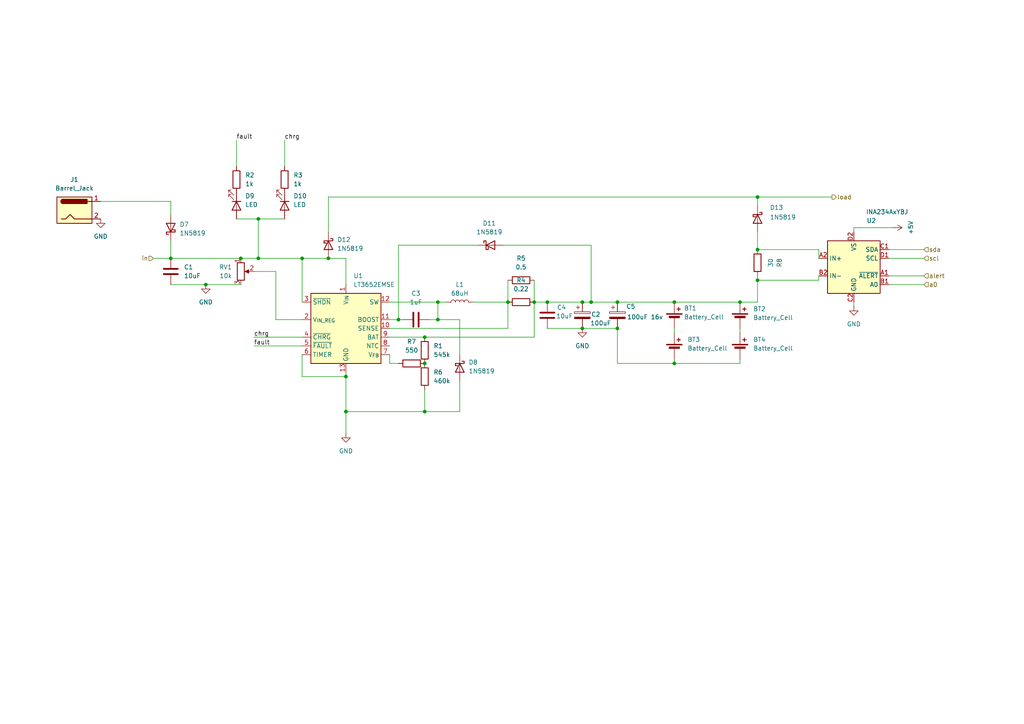
<source format=kicad_sch>
(kicad_sch (version 20231120) (generator "eeschema") (generator_version "8.0")
  (paper "A4")
  (lib_symbols
    (symbol "Analog_ADC:INA234AxYBJ"
      (property "Reference" "U" (at -6.35 8.89 0))
      (property "Value" "INA234AxYBJ" (at 6.35 8.89 0))
      (symbol "INA234AxYBJ_0_1"
        (rectangle (start -7.62 7.62) (end 7.62 -7.62) (stroke (width 0.254)) (fill (type background)))
      )
      (symbol "INA234AxYBJ_1_1"
        (pin open_collector line (at 10.16 -2.54 180) (length 2.54) (name "~{ALERT}") (number "A1"))
        (pin input line (at -10.16 2.54 0) (length 2.54) (name "IN+") (number "A2"))
        (pin input line (at 10.16 -5.08 180) (length 2.54) (name "A0") (number "B1"))
        (pin input line (at -10.16 -2.54 0) (length 2.54) (name "IN-") (number "B2"))
        (pin bidirectional line (at 10.16 5.08 180) (length 2.54) (name "SDA") (number "C1"))
        (pin power_in line (at 0 -10.16 90) (length 2.54) (name "GND") (number "C2"))
        (pin input line (at 10.16 2.54 180) (length 2.54) (name "SCL") (number "D1"))
        (pin power_in line (at 0 10.16 270) (length 2.54) (name "VS") (number "D2"))
      )
    )
    (symbol "Battery_Management:LT3652EMSE"
      (property "Reference" "U" (at -8.382 11.43 0))
      (property "Value" "LT3652EMSE" (at 1.778 11.684 0))
      (symbol "LT3652EMSE_0_1"
        (rectangle (start -10.16 10.16) (end 10.16 -10.16) (stroke (width 0.254)) (fill (type background)))
      )
      (symbol "LT3652EMSE_1_1"
        (pin power_in line (at 0 12.7 270) (length 2.54) (name "V_{IN}") (number "1"))
        (pin input line (at 12.7 0 180) (length 2.54) (name "SENSE") (number "10"))
        (pin input line (at 12.7 2.54 180) (length 2.54) (name "BOOST") (number "11"))
        (pin output line (at 12.7 7.62 180) (length 2.54) (name "SW") (number "12"))
        (pin power_in line (at 0 -12.7 90) (length 2.54) (name "GND") (number "13"))
        (pin input line (at -12.7 2.54 0) (length 2.54) (name "V_{IN_REG}") (number "2"))
        (pin input line (at -12.7 7.62 0) (length 2.54) (name "~{SHDN}") (number "3"))
        (pin open_collector line (at -12.7 -2.54 0) (length 2.54) (name "~{CHRG}") (number "4"))
        (pin open_collector line (at -12.7 -5.08 0) (length 2.54) (name "~{FAULT}") (number "5"))
        (pin output line (at -12.7 -7.62 0) (length 2.54) (name "TIMER") (number "6"))
        (pin input line (at 12.7 -7.62 180) (length 2.54) (name "V_{FB}") (number "7"))
        (pin input line (at 12.7 -5.08 180) (length 2.54) (name "NTC") (number "8"))
        (pin output line (at 12.7 -2.54 180) (length 2.54) (name "BAT") (number "9"))
      )
    )
    (symbol "Connector:Barrel_Jack" (pin_names (offset 1.016))
      (property "Reference" "J" (at 0 5.334 0))
      (property "Value" "Barrel_Jack" (at 0 -5.08 0))
      (symbol "Barrel_Jack_0_1"
        (rectangle (start -5.08 3.81) (end 5.08 -3.81) (stroke (width 0.254)) (fill (type background)))
        (arc (start -3.302 3.175) (mid -3.9343 2.54) (end -3.302 1.905) (stroke (width 0.254)))
        (arc (start -3.302 3.175) (mid -3.9343 2.54) (end -3.302 1.905) (stroke (width 0.254)) (fill (type outline)))
        (polyline (pts (xy 5.08 2.54) (xy 3.81 2.54)) (stroke (width 0.254)))
        (polyline (pts (xy -3.81 -2.54) (xy -2.54 -2.54) (xy -1.27 -1.27) (xy 0 -2.54) (xy 2.54 -2.54) (xy 5.08 -2.54)) (stroke (width 0.254)))
        (rectangle (start 3.683 3.175) (end -3.302 1.905) (stroke (width 0.254)) (fill (type outline)))
      )
      (symbol "Barrel_Jack_1_1"
        (pin passive line (at 7.62 2.54 180) (length 2.54) (name "~") (number "1"))
        (pin passive line (at 7.62 -2.54 180) (length 2.54) (name "~") (number "2"))
      )
    )
    (symbol "Device:Battery_Cell" (pin_numbers hide) (pin_names (offset 0) hide)
      (property "Reference" "BT" (at 2.54 2.54 0))
      (property "Value" "Battery_Cell" (at 2.54 0 0))
      (symbol "Battery_Cell_0_1"
        (rectangle (start -2.286 1.778) (end 2.286 1.524) (fill (type outline)))
        (rectangle (start -1.524 1.016) (end 1.524 0.508) (fill (type outline)))
        (polyline (pts (xy 0 0.762) (xy 0 0)))
        (polyline (pts (xy 0 1.778) (xy 0 2.54)))
        (polyline (pts (xy 0.762 3.048) (xy 1.778 3.048)) (stroke (width 0.254)))
        (polyline (pts (xy 1.27 3.556) (xy 1.27 2.54)) (stroke (width 0.254)))
      )
      (symbol "Battery_Cell_1_1"
        (pin passive line (at 0 5.08 270) (length 2.54) (name "+") (number "1"))
        (pin passive line (at 0 -2.54 90) (length 2.54) (name "-") (number "2"))
      )
    )
    (symbol "Device:C" (pin_numbers hide) (pin_names (offset 0.254))
      (property "Reference" "C" (at 0.635 2.54 0))
      (property "Value" "C" (at 0.635 -2.54 0))
      (symbol "C_0_1"
        (polyline (pts (xy -2.032 -0.762) (xy 2.032 -0.762)) (stroke (width 0.508)))
        (polyline (pts (xy -2.032 0.762) (xy 2.032 0.762)) (stroke (width 0.508)))
      )
      (symbol "C_1_1"
        (pin passive line (at 0 3.81 270) (length 2.794) (name "~") (number "1"))
        (pin passive line (at 0 -3.81 90) (length 2.794) (name "~") (number "2"))
      )
    )
    (symbol "Device:C_Polarized" (pin_numbers hide) (pin_names (offset 0.254))
      (property "Reference" "C" (at 0.635 2.54 0))
      (property "Value" "C_Polarized" (at 0.635 -2.54 0))
      (symbol "C_Polarized_0_1"
        (rectangle (start -2.286 0.508) (end 2.286 1.016))
        (polyline (pts (xy -1.778 2.286) (xy -0.762 2.286)))
        (polyline (pts (xy -1.27 2.794) (xy -1.27 1.778)))
        (rectangle (start 2.286 -0.508) (end -2.286 -1.016) (fill (type outline)))
      )
      (symbol "C_Polarized_1_1"
        (pin passive line (at 0 3.81 270) (length 2.794) (name "~") (number "1"))
        (pin passive line (at 0 -3.81 90) (length 2.794) (name "~") (number "2"))
      )
    )
    (symbol "Device:L" (pin_numbers hide) (pin_names (offset 1.016) hide)
      (property "Reference" "L" (at -1.27 0 90))
      (property "Value" "L" (at 1.905 0 90))
      (symbol "L_0_1"
        (arc (start 0 -2.54) (mid 0.6323 -1.905) (end 0 -1.27))
        (arc (start 0 -1.27) (mid 0.6323 -0.635) (end 0 0))
        (arc (start 0 0) (mid 0.6323 0.635) (end 0 1.27))
        (arc (start 0 1.27) (mid 0.6323 1.905) (end 0 2.54))
      )
      (symbol "L_1_1"
        (pin passive line (at 0 3.81 270) (length 1.27) (name "1") (number "1"))
        (pin passive line (at 0 -3.81 90) (length 1.27) (name "2") (number "2"))
      )
    )
    (symbol "Device:LED" (pin_numbers hide) (pin_names (offset 1.016) hide)
      (property "Reference" "D" (at 0 2.54 0))
      (property "Value" "LED" (at 0 -2.54 0))
      (symbol "LED_0_1"
        (polyline (pts (xy -1.27 -1.27) (xy -1.27 1.27)) (stroke (width 0.254)))
        (polyline (pts (xy -1.27 0) (xy 1.27 0)))
        (polyline (pts (xy 1.27 -1.27) (xy 1.27 1.27) (xy -1.27 0) (xy 1.27 -1.27)) (stroke (width 0.254)))
        (polyline (pts (xy -3.048 -0.762) (xy -4.572 -2.286) (xy -3.81 -2.286) (xy -4.572 -2.286) (xy -4.572 -1.524)))
        (polyline (pts (xy -1.778 -0.762) (xy -3.302 -2.286) (xy -2.54 -2.286) (xy -3.302 -2.286) (xy -3.302 -1.524)))
      )
      (symbol "LED_1_1"
        (pin passive line (at -3.81 0 0) (length 2.54) (name "K") (number "1"))
        (pin passive line (at 3.81 0 180) (length 2.54) (name "A") (number "2"))
      )
    )
    (symbol "Device:R" (pin_numbers hide) (pin_names (offset 0))
      (property "Reference" "R" (at 2.032 0 90))
      (property "Value" "R" (at 0 0 90))
      (symbol "R_0_1"
        (rectangle (start -1.016 -2.54) (end 1.016 2.54) (stroke (width 0.254)))
      )
      (symbol "R_1_1"
        (pin passive line (at 0 3.81 270) (length 1.27) (name "~") (number "1"))
        (pin passive line (at 0 -3.81 90) (length 1.27) (name "~") (number "2"))
      )
    )
    (symbol "Device:R_Potentiometer" (pin_names (offset 1.016) hide)
      (property "Reference" "RV" (at -4.445 0 90))
      (property "Value" "R_Potentiometer" (at -2.54 0 90))
      (symbol "R_Potentiometer_0_1"
        (polyline (pts (xy 2.54 0) (xy 1.524 0)))
        (polyline (pts (xy 1.143 0) (xy 2.286 0.508) (xy 2.286 -0.508) (xy 1.143 0)) (fill (type outline)))
        (rectangle (start 1.016 2.54) (end -1.016 -2.54) (stroke (width 0.254)))
      )
      (symbol "R_Potentiometer_1_1"
        (pin passive line (at 0 3.81 270) (length 1.27) (name "1") (number "1"))
        (pin passive line (at 3.81 0 180) (length 1.27) (name "2") (number "2"))
        (pin passive line (at 0 -3.81 90) (length 1.27) (name "3") (number "3"))
      )
    )
    (symbol "Diode:1N5819" (pin_numbers hide) (pin_names (offset 1.016) hide)
      (property "Reference" "D" (at 0 2.54 0))
      (property "Value" "1N5819" (at 0 -2.54 0))
      (symbol "1N5819_0_1"
        (polyline (pts (xy 1.27 0) (xy -1.27 0)))
        (polyline (pts (xy 1.27 1.27) (xy 1.27 -1.27) (xy -1.27 0) (xy 1.27 1.27)) (stroke (width 0.254)))
        (polyline (pts (xy -1.905 0.635) (xy -1.905 1.27) (xy -1.27 1.27) (xy -1.27 -1.27) (xy -0.635 -1.27) (xy -0.635 -0.635)) (stroke (width 0.254)))
      )
      (symbol "1N5819_1_1"
        (pin passive line (at -3.81 0 0) (length 2.54) (name "K") (number "1"))
        (pin passive line (at 3.81 0 180) (length 2.54) (name "A") (number "2"))
      )
    )
    (symbol "GND_1" (power) (pin_numbers hide) (pin_names (offset 0) hide)
      (property "Value" "GND" (at 0 -3.81 0))
      (symbol "GND_1_0_1"
        (polyline (pts (xy 0 0) (xy 0 -1.27) (xy 1.27 -1.27) (xy 0 -2.54) (xy -1.27 -1.27) (xy 0 -1.27)))
      )
      (symbol "GND_1_1_1"
        (pin power_in line (at 0 0 270) (length 0) (name "~") (number "1"))
      )
    )
    (symbol "power:+5V" (power) (pin_numbers hide) (pin_names (offset 0) hide)
      (property "Value" "+5V" (at 0 3.556 0))
      (symbol "+5V_0_1"
        (polyline (pts (xy -0.762 1.27) (xy 0 2.54)))
        (polyline (pts (xy 0 0) (xy 0 2.54)))
        (polyline (pts (xy 0 2.54) (xy 0.762 1.27)))
      )
      (symbol "+5V_1_1"
        (pin power_in line (at 0 0 90) (length 0) (name "~") (number "1"))
      )
    )
    (symbol "power:GND" (power) (pin_names (offset 0))
      (property "Value" "GND" (at 0 -3.81 0))
      (symbol "GND_0_1"
        (polyline (pts (xy 0 0) (xy 0 -1.27) (xy 1.27 -1.27) (xy 0 -2.54) (xy -1.27 -1.27) (xy 0 -1.27)))
      )
      (symbol "GND_1_1"
        (pin power_in line (at 0 0 270) (length 0) hide (name "GND") (number "1"))
      )
    )
  )
  (junction (at 95.25 74.93))
  (junction (at 219.71 57.15))
  (junction (at 127 92.71))
  (junction (at 179.07 87.63))
  (junction (at 74.93 63.5))
  (junction (at 154.94 87.63))
  (junction (at 195.58 105.41))
  (junction (at 168.91 87.63))
  (junction (at 195.58 87.63))
  (junction (at 168.91 95.25))
  (junction (at 115.57 92.71))
  (junction (at 49.53 74.93))
  (junction (at 100.33 109.22))
  (junction (at 147.32 87.63))
  (junction (at 158.75 87.63))
  (junction (at 123.19 105.41))
  (junction (at 69.85 74.93))
  (junction (at 100.33 119.38))
  (junction (at 127 87.63))
  (junction (at 87.63 74.93))
  (junction (at 219.71 81.28))
  (junction (at 123.19 97.79))
  (junction (at 59.69 82.55))
  (junction (at 123.19 119.38))
  (junction (at 179.07 95.25))
  (junction (at 171.45 87.63))
  (junction (at 214.63 87.63))
  (junction (at 74.93 74.93))
  (junction (at 219.71 72.39))
  (wire (pts (xy 113.03 102.87) (xy 113.03 105.41)))
  (wire (pts (xy 171.45 87.63) (xy 171.45 71.12)))
  (wire (pts (xy 247.65 66.04) (xy 247.65 67.31)))
  (wire (pts (xy 154.94 87.63) (xy 158.75 87.63)))
  (wire (pts (xy 49.53 74.93) (xy 69.85 74.93)))
  (wire (pts (xy 257.81 82.55) (xy 267.97 82.55)))
  (wire (pts (xy 73.66 100.33) (xy 87.63 100.33)))
  (wire (pts (xy 195.58 105.41) (xy 195.58 104.14)))
  (wire (pts (xy 214.63 95.25) (xy 214.63 96.52)))
  (wire (pts (xy 219.71 80.01) (xy 219.71 81.28)))
  (wire (pts (xy 237.49 80.01) (xy 237.49 81.28)))
  (wire (pts (xy 74.93 74.93) (xy 87.63 74.93)))
  (wire (pts (xy 219.71 59.69) (xy 219.71 57.15)))
  (wire (pts (xy 115.57 92.71) (xy 116.84 92.71)))
  (wire (pts (xy 237.49 72.39) (xy 237.49 74.93)))
  (wire (pts (xy 59.69 82.55) (xy 69.85 82.55)))
  (wire (pts (xy 100.33 119.38) (xy 123.19 119.38)))
  (wire (pts (xy 257.81 72.39) (xy 267.97 72.39)))
  (wire (pts (xy 113.03 87.63) (xy 127 87.63)))
  (wire (pts (xy 68.58 63.5) (xy 74.93 63.5)))
  (wire (pts (xy 123.19 119.38) (xy 133.35 119.38)))
  (wire (pts (xy 147.32 95.25) (xy 147.32 87.63)))
  (wire (pts (xy 168.91 95.25) (xy 179.07 95.25)))
  (wire (pts (xy 154.94 97.79) (xy 154.94 87.63)))
  (wire (pts (xy 73.66 78.74) (xy 80.01 78.74)))
  (wire (pts (xy 214.63 105.41) (xy 214.63 104.14)))
  (wire (pts (xy 179.07 87.63) (xy 195.58 87.63)))
  (wire (pts (xy 247.65 66.04) (xy 259.08 66.04)))
  (wire (pts (xy 80.01 78.74) (xy 80.01 92.71)))
  (wire (pts (xy 100.33 107.95) (xy 100.33 109.22)))
  (wire (pts (xy 123.19 97.79) (xy 154.94 97.79)))
  (wire (pts (xy 100.33 109.22) (xy 100.33 119.38)))
  (wire (pts (xy 95.25 57.15) (xy 95.25 67.31)))
  (wire (pts (xy 87.63 74.93) (xy 87.63 87.63)))
  (wire (pts (xy 219.71 87.63) (xy 214.63 87.63)))
  (wire (pts (xy 195.58 87.63) (xy 214.63 87.63)))
  (wire (pts (xy 100.33 74.93) (xy 100.33 82.55)))
  (wire (pts (xy 237.49 72.39) (xy 219.71 72.39)))
  (wire (pts (xy 113.03 97.79) (xy 123.19 97.79)))
  (wire (pts (xy 113.03 95.25) (xy 147.32 95.25)))
  (wire (pts (xy 44.45 74.93) (xy 49.53 74.93)))
  (wire (pts (xy 74.93 63.5) (xy 74.93 74.93)))
  (wire (pts (xy 171.45 71.12) (xy 146.05 71.12)))
  (wire (pts (xy 219.71 67.31) (xy 219.71 72.39)))
  (wire (pts (xy 219.71 81.28) (xy 219.71 87.63)))
  (wire (pts (xy 123.19 113.03) (xy 123.19 119.38)))
  (wire (pts (xy 69.85 74.93) (xy 74.93 74.93)))
  (wire (pts (xy 73.66 97.79) (xy 87.63 97.79)))
  (wire (pts (xy 219.71 81.28) (xy 237.49 81.28)))
  (wire (pts (xy 147.32 81.28) (xy 147.32 87.63)))
  (wire (pts (xy 257.81 80.01) (xy 267.97 80.01)))
  (wire (pts (xy 158.75 87.63) (xy 168.91 87.63)))
  (wire (pts (xy 179.07 105.41) (xy 195.58 105.41)))
  (wire (pts (xy 95.25 57.15) (xy 219.71 57.15)))
  (wire (pts (xy 115.57 92.71) (xy 115.57 71.12)))
  (wire (pts (xy 127 87.63) (xy 127 92.71)))
  (wire (pts (xy 49.53 58.42) (xy 49.53 62.23)))
  (wire (pts (xy 133.35 92.71) (xy 127 92.71)))
  (wire (pts (xy 113.03 92.71) (xy 115.57 92.71)))
  (wire (pts (xy 95.25 74.93) (xy 100.33 74.93)))
  (wire (pts (xy 49.53 82.55) (xy 59.69 82.55)))
  (wire (pts (xy 171.45 87.63) (xy 179.07 87.63)))
  (wire (pts (xy 137.16 87.63) (xy 147.32 87.63)))
  (wire (pts (xy 87.63 102.87) (xy 87.63 109.22)))
  (wire (pts (xy 113.03 105.41) (xy 115.57 105.41)))
  (wire (pts (xy 219.71 57.15) (xy 241.3 57.15)))
  (wire (pts (xy 68.58 40.64) (xy 68.58 48.26)))
  (wire (pts (xy 195.58 95.25) (xy 195.58 96.52)))
  (wire (pts (xy 74.93 63.5) (xy 82.55 63.5)))
  (wire (pts (xy 82.55 40.64) (xy 82.55 48.26)))
  (wire (pts (xy 80.01 92.71) (xy 87.63 92.71)))
  (wire (pts (xy 87.63 74.93) (xy 95.25 74.93)))
  (wire (pts (xy 87.63 109.22) (xy 100.33 109.22)))
  (wire (pts (xy 127 92.71) (xy 124.46 92.71)))
  (wire (pts (xy 214.63 105.41) (xy 195.58 105.41)))
  (wire (pts (xy 49.53 69.85) (xy 49.53 74.93)))
  (wire (pts (xy 133.35 102.87) (xy 133.35 92.71)))
  (wire (pts (xy 133.35 119.38) (xy 133.35 110.49)))
  (wire (pts (xy 247.65 88.9) (xy 247.65 87.63)))
  (wire (pts (xy 127 87.63) (xy 129.54 87.63)))
  (wire (pts (xy 257.81 74.93) (xy 267.97 74.93)))
  (wire (pts (xy 158.75 95.25) (xy 168.91 95.25)))
  (wire (pts (xy 100.33 119.38) (xy 100.33 125.73)))
  (wire (pts (xy 179.07 105.41) (xy 179.07 95.25)))
  (wire (pts (xy 115.57 71.12) (xy 138.43 71.12)))
  (wire (pts (xy 29.21 58.42) (xy 49.53 58.42)))
  (wire (pts (xy 168.91 87.63) (xy 171.45 87.63)))
  (wire (pts (xy 154.94 81.28) (xy 154.94 87.63)))
  (label "fault" (at 73.66 100.33 0))
  (label "fault" (at 68.58 40.64 0))
  (label "chrg" (at 73.66 97.79 0))
  (label "chrg" (at 82.55 40.64 0))
  (hierarchical_label "sda" (shape input) (at 267.97 72.39 0))
  (hierarchical_label "in" (shape input) (at 44.45 74.93 180))
  (hierarchical_label "alert" (shape input) (at 267.97 80.01 0))
  (hierarchical_label "scl" (shape input) (at 267.97 74.93 0))
  (hierarchical_label "load" (shape output) (at 241.3 57.15 0))
  (hierarchical_label "a0" (shape input) (at 267.97 82.55 0))
  (symbol (lib_id "power:+5V") (at 259.08 66.04 270) (unit 1)
    (property "Reference" "#PWR07" (effects (hide yes)))
    (property "Value" "+5V" (at 264.16 66.04 0))
    (property "Description" "Power symbol creates a global label with name \"+5V\"" (effects (hide yes)))
  )
  (symbol (lib_id "Battery_Management:LT3652EMSE") (at 100.33 95.25 0) (unit 1)
    (property "Reference" "U1" (at 102.5241 80.01 0) (effects (justify left)))
    (property "Value" "LT3652EMSE" (at 102.5241 82.55 0) (effects (justify left)))
    (property "Footprint" "Package_SO:MSOP-12-1EP_3x4mm_P0.65mm_EP1.65x2.85mm" (effects (hide yes)))
    (property "Datasheet" "https://www.analog.com/media/en/technical-documentation/data-sheets/3652fe.pdf" (effects (hide yes)))
  )
  (symbol (lib_id "Device:C") (at 120.65 92.71 90) (unit 1)
    (property "Reference" "C3" (at 120.65 85.09 90))
    (property "Value" "1uF" (at 120.65 87.63 90))
    (property "Footprint" "Capacitor_THT:C_Disc_D5.0mm_W2.5mm_P2.50mm" (effects (hide yes)))
  )
  (symbol (lib_id "Connector:Barrel_Jack") (at 21.59 60.96 0) (unit 1)
    (property "Reference" "J1" (at 21.59 52.07 0))
    (property "Value" "Barrel_Jack" (at 21.59 54.61 0))
    (property "Footprint" "Connector_BarrelJack:BarrelJack_SwitchcraftConxall_RAPC10U_Horizontal" (effects (hide yes)))
  )
  (symbol (lib_id "Device:R") (at 123.19 109.22 0) (unit 1)
    (property "Reference" "R6" (at 125.73 107.95 0) (effects (justify left)))
    (property "Value" "460k" (at 125.73 110.49 0) (effects (justify left)))
    (property "Footprint" "Resistor_THT:R_Axial_DIN0204_L3.6mm_D1.6mm_P5.08mm_Horizontal" (effects (hide yes)))
  )
  (symbol (lib_id "Device:R") (at 119.38 105.41 90) (unit 1)
    (property "Reference" "R7" (at 119.38 99.06 90))
    (property "Value" "550" (at 119.38 101.6 90))
    (property "Footprint" "Resistor_THT:R_Axial_DIN0204_L3.6mm_D1.6mm_P5.08mm_Horizontal" (effects (hide yes)))
  )
  (symbol (lib_id "Diode:1N5819") (at 142.24 71.12 0) (unit 1)
    (property "Reference" "D11" (at 141.9225 64.77 0))
    (property "Value" "1N5819" (at 141.9225 67.31 0))
    (property "Footprint" "Diode_THT:D_DO-41_SOD81_P10.16mm_Horizontal" (effects (hide yes)))
    (property "Datasheet" "http://www.vishay.com/docs/88525/1n5817.pdf" (effects (hide yes)))
  )
  (symbol (lib_id "Device:LED") (at 82.55 59.69 270) (unit 1)
    (property "Reference" "D10" (at 85.09 56.8325 90) (effects (justify left)))
    (property "Value" "LED" (at 85.09 59.3725 90) (effects (justify left)))
    (property "Footprint" "LED_THT:LED_Rectangular_W3.0mm_H2.0mm" (effects (hide yes)))
  )
  (symbol (lib_id "power:GND") (at 168.91 95.25 0) (unit 1)
    (property "Reference" "#PWR06" (effects (hide yes)))
    (property "Value" "GND" (at 168.91 100.33 0))
  )
  (symbol (lib_id "Device:C_Polarized") (at 168.91 91.44 0) (unit 1)
    (property "Reference" "C2" (at 171.45 91.186 0) (effects (justify left)))
    (property "Value" "100uF" (at 171.196 93.726 0) (effects (justify left)))
    (property "Footprint" "Capacitor_THT:CP_Radial_D6.3mm_P2.50mm" (effects (hide yes)))
  )
  (symbol (lib_name "GND_1") (lib_id "power:GND") (at 247.65 88.9 0) (unit 1)
    (property "Reference" "#PWR011" (effects (hide yes)))
    (property "Value" "GND" (at 247.65 93.98 0))
    (property "Description" "Power symbol creates a global label with name \"GND\" , ground" (effects (hide yes)))
  )
  (symbol (lib_id "Device:L") (at 133.35 87.63 90) (unit 1)
    (property "Reference" "L1" (at 133.35 82.55 90))
    (property "Value" "68uH" (at 133.35 85.09 90))
    (property "Footprint" "Inductor_THT:L_Axial_L5.0mm_D3.6mm_P10.00mm_Horizontal_Murata_BL01RN1A2A2" (effects (hide yes)))
  )
  (symbol (lib_id "Diode:1N5819") (at 95.25 71.12 270) (unit 1)
    (property "Reference" "D12" (at 97.79 69.5325 90) (effects (justify left)))
    (property "Value" "1N5819" (at 97.79 72.0725 90) (effects (justify left)))
    (property "Footprint" "Diode_THT:D_DO-41_SOD81_P10.16mm_Horizontal" (effects (hide yes)))
    (property "Datasheet" "http://www.vishay.com/docs/88525/1n5817.pdf" (effects (hide yes)))
  )
  (symbol (lib_id "Device:R") (at 123.19 101.6 0) (unit 1)
    (property "Reference" "R1" (at 125.73 100.33 0) (effects (justify left)))
    (property "Value" "545k" (at 125.73 102.87 0) (effects (justify left)))
    (property "Footprint" "Resistor_THT:R_Axial_DIN0204_L3.6mm_D1.6mm_P5.08mm_Horizontal" (effects (hide yes)))
  )
  (symbol (lib_id "Device:R") (at 151.13 81.28 270) (mirror x) (unit 1)
    (property "Reference" "R5" (at 151.13 74.93 90))
    (property "Value" "0.5" (at 151.13 77.47 90))
    (property "Footprint" "Resistor_THT:R_Axial_DIN0204_L3.6mm_D1.6mm_P5.08mm_Horizontal" (effects (hide yes)))
  )
  (symbol (lib_id "Device:R_Potentiometer") (at 69.85 78.74 0) (unit 1)
    (property "Reference" "RV1" (at 67.31 77.47 0) (effects (justify right)))
    (property "Value" "10k" (at 67.31 80.01 0) (effects (justify right)))
    (property "Footprint" "Potentiometer_THT:Potentiometer_Bourns_3386P_Vertical" (effects (hide yes)))
  )
  (symbol (lib_id "Device:C") (at 49.53 78.74 0) (unit 1)
    (property "Reference" "C1" (at 53.34 77.47 0) (effects (justify left)))
    (property "Value" "10uF" (at 53.34 80.01 0) (effects (justify left)))
    (property "Footprint" "Capacitor_THT:C_Disc_D5.1mm_W3.2mm_P5.00mm" (effects (hide yes)))
  )
  (symbol (lib_id "power:GND") (at 29.21 63.5 0) (unit 1)
    (property "Reference" "#PWR05" (effects (hide yes)))
    (property "Value" "GND" (at 29.21 68.58 0))
  )
  (symbol (lib_id "Analog_ADC:INA234AxYBJ") (at 247.65 77.47 0) (unit 1)
    (property "Reference" "U2" (at 252.73 64.008 0))
    (property "Value" "INA234AxYBJ" (at 257.302 61.468 0))
    (property "Footprint" "Package_BGA:Texas_DSBGA-8_0.705x1.468mm_Layout2x4_P0.4mm" (effects (hide yes)))
    (property "Datasheet" "https://www.ti.com/lit/ds/symlink/ina234.pdf" (effects (hide yes)))
    (property "Description" "Bidirectional Current/Voltage/Power Monitor (0-28V) With I2C Interface, DSBGA-8" (effects (hide yes)))
  )
  (symbol (lib_id "Device:R") (at 68.58 52.07 0) (unit 1)
    (property "Reference" "R2" (at 71.12 50.8 0) (effects (justify left)))
    (property "Value" "1k" (at 71.12 53.34 0) (effects (justify left)))
    (property "Footprint" "Resistor_THT:R_Axial_DIN0204_L3.6mm_D1.6mm_P5.08mm_Horizontal" (effects (hide yes)))
  )
  (symbol (lib_id "Diode:1N5819") (at 219.71 63.5 270) (unit 1)
    (property "Reference" "D13" (at 223.266 60.198 90) (effects (justify left)))
    (property "Value" "1N5819" (at 223.266 62.992 90) (effects (justify left)))
    (property "Footprint" "Diode_THT:D_DO-41_SOD81_P10.16mm_Horizontal" (effects (hide yes)))
    (property "Datasheet" "http://www.vishay.com/docs/88525/1n5817.pdf" (effects (hide yes)))
  )
  (symbol (lib_id "Device:R") (at 82.55 52.07 0) (unit 1)
    (property "Reference" "R3" (at 85.09 50.8 0) (effects (justify left)))
    (property "Value" "1k" (at 85.09 53.34 0) (effects (justify left)))
    (property "Footprint" "Resistor_THT:R_Axial_DIN0204_L3.6mm_D1.6mm_P5.08mm_Horizontal" (effects (hide yes)))
  )
  (symbol (lib_id "Device:C_Polarized") (at 179.07 91.44 0) (unit 1)
    (property "Reference" "C5" (at 181.61 88.9 0) (effects (justify left)))
    (property "Value" "100uF 16v" (at 181.864 91.948 0) (effects (justify left)))
    (property "Footprint" "Capacitor_THT:CP_Radial_D6.3mm_P2.50mm" (effects (hide yes)))
  )
  (symbol (lib_id "Diode:1N5819") (at 133.35 106.68 270) (unit 1)
    (property "Reference" "D8" (at 135.89 105.0925 90) (effects (justify left)))
    (property "Value" "1N5819" (at 135.89 107.6325 90) (effects (justify left)))
    (property "Footprint" "Diode_THT:D_DO-41_SOD81_P10.16mm_Horizontal" (effects (hide yes)))
    (property "Datasheet" "http://www.vishay.com/docs/88525/1n5817.pdf" (effects (hide yes)))
  )
  (symbol (lib_id "Device:R") (at 219.71 76.2 0) (unit 1)
    (property "Reference" "R8" (at 226.06 76.2 90))
    (property "Value" "30" (at 223.52 76.2 90))
    (property "Footprint" "Resistor_THT:R_Axial_DIN0204_L3.6mm_D1.6mm_P5.08mm_Horizontal" (effects (hide yes)))
    (property "Description" "Resistor" (effects (hide yes)))
  )
  (symbol (lib_id "Device:Battery_Cell") (at 214.63 92.71 0) (unit 1)
    (property "Reference" "BT2" (at 218.44 89.5985 0) (effects (justify left)))
    (property "Value" "Battery_Cell" (at 218.44 92.1385 0) (effects (justify left)))
    (property "Footprint" "Battery:BatteryHolder_MPD_BH-18650-PC2" (effects (hide yes)))
  )
  (symbol (lib_id "power:GND") (at 59.69 82.55 0) (unit 1)
    (property "Reference" "#PWR03" (effects (hide yes)))
    (property "Value" "GND" (at 59.69 87.63 0))
  )
  (symbol (lib_id "Device:Battery_Cell") (at 195.58 92.71 0) (unit 1)
    (property "Reference" "BT1" (at 198.374 89.408 0) (effects (justify left)))
    (property "Value" "Battery_Cell" (at 198.374 91.948 0) (effects (justify left)))
    (property "Footprint" "Battery:BatteryHolder_MPD_BH-18650-PC2" (effects (hide yes)))
  )
  (symbol (lib_id "Device:Battery_Cell") (at 214.63 101.6 0) (unit 1)
    (property "Reference" "BT4" (at 218.44 98.4885 0) (effects (justify left)))
    (property "Value" "Battery_Cell" (at 218.44 101.0285 0) (effects (justify left)))
    (property "Footprint" "Battery:BatteryHolder_MPD_BH-18650-PC2" (effects (hide yes)))
  )
  (symbol (lib_id "Device:R") (at 151.13 87.63 90) (unit 1)
    (property "Reference" "R4" (at 151.13 81.28 90))
    (property "Value" "0.22" (at 151.13 83.82 90))
    (property "Footprint" "Resistor_THT:R_Axial_DIN0204_L3.6mm_D1.6mm_P5.08mm_Horizontal" (effects (hide yes)))
  )
  (symbol (lib_id "Device:LED") (at 68.58 59.69 270) (unit 1)
    (property "Reference" "D9" (at 71.12 56.8325 90) (effects (justify left)))
    (property "Value" "LED" (at 71.12 59.3725 90) (effects (justify left)))
    (property "Footprint" "LED_THT:LED_Rectangular_W3.0mm_H2.0mm" (effects (hide yes)))
  )
  (symbol (lib_id "Diode:1N5819") (at 49.53 66.04 90) (unit 1)
    (property "Reference" "D7" (at 52.07 65.0875 90) (effects (justify right)))
    (property "Value" "1N5819" (at 52.07 67.6275 90) (effects (justify right)))
    (property "Footprint" "Diode_THT:D_DO-41_SOD81_P10.16mm_Horizontal" (effects (hide yes)))
    (property "Datasheet" "http://www.vishay.com/docs/88525/1n5817.pdf" (effects (hide yes)))
  )
  (symbol (lib_id "power:GND") (at 100.33 125.73 0) (unit 1)
    (property "Reference" "#PWR02" (effects (hide yes)))
    (property "Value" "GND" (at 100.33 130.81 0))
  )
  (symbol (lib_id "Device:C") (at 158.75 91.44 0) (unit 1)
    (property "Reference" "C4" (at 161.544 89.154 0) (effects (justify left)))
    (property "Value" "10uF" (at 161.29 91.694 0) (effects (justify left)))
    (property "Footprint" "Capacitor_THT:C_Disc_D5.1mm_W3.2mm_P5.00mm" (effects (hide yes)))
  )
  (symbol (lib_id "Device:Battery_Cell") (at 195.58 101.6 0) (unit 1)
    (property "Reference" "BT3" (at 199.39 98.4885 0) (effects (justify left)))
    (property "Value" "Battery_Cell" (at 199.39 101.0285 0) (effects (justify left)))
    (property "Footprint" "Battery:BatteryHolder_MPD_BH-18650-PC2" (effects (hide yes)))
  )
)
</source>
